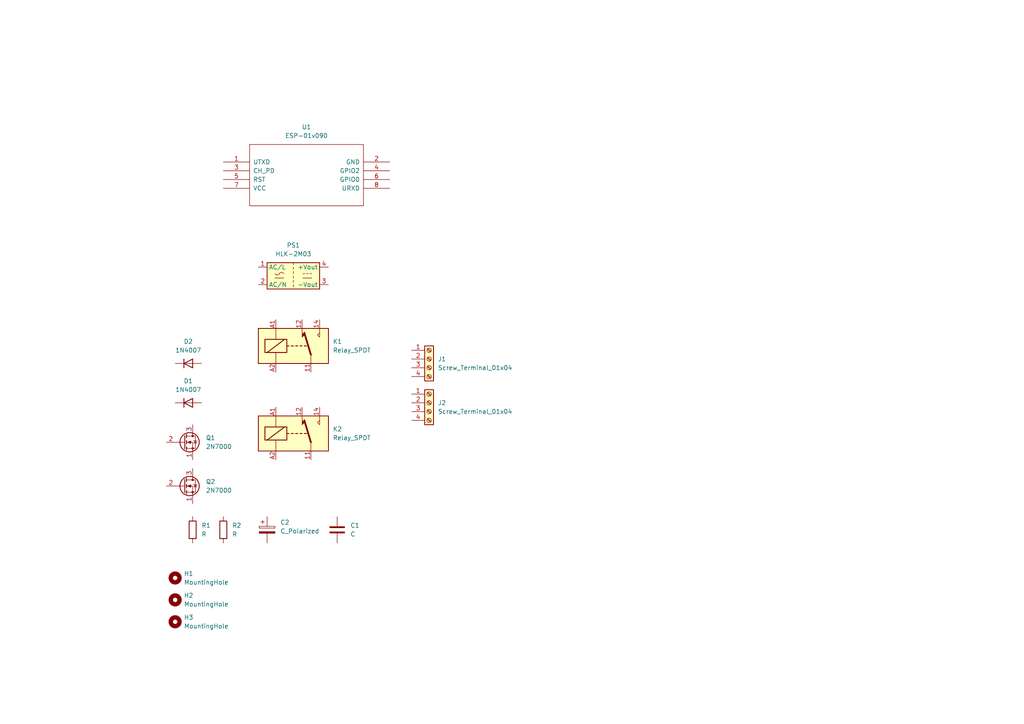
<source format=kicad_sch>
(kicad_sch (version 20231120) (generator "eeschema") (generator_version "8.0")
  (paper "A4")
  (lib_symbols
    (symbol "Connector:Screw_Terminal_01x04" (pin_names (offset 1.016) hide)
      (property "Reference" "J" (at 0 5.08 0))
      (property "Value" "Screw_Terminal_01x04" (at 0 -7.62 0))
      (symbol "Screw_Terminal_01x04_1_1"
        (rectangle (start -1.27 3.81) (end 1.27 -6.35) (stroke (width 0.254)) (fill (type background)))
        (circle (center 0 -5.08) (radius 0.635) (stroke (width 0.1524)))
        (circle (center 0 -2.54) (radius 0.635) (stroke (width 0.1524)))
        (polyline (pts (xy -0.5334 -4.7498) (xy 0.3302 -5.588)) (stroke (width 0.1524)))
        (polyline (pts (xy -0.5334 -2.2098) (xy 0.3302 -3.048)) (stroke (width 0.1524)))
        (polyline (pts (xy -0.5334 0.3302) (xy 0.3302 -0.508)) (stroke (width 0.1524)))
        (polyline (pts (xy -0.5334 2.8702) (xy 0.3302 2.032)) (stroke (width 0.1524)))
        (polyline (pts (xy -0.3556 -4.572) (xy 0.508 -5.4102)) (stroke (width 0.1524)))
        (polyline (pts (xy -0.3556 -2.032) (xy 0.508 -2.8702)) (stroke (width 0.1524)))
        (polyline (pts (xy -0.3556 0.508) (xy 0.508 -0.3302)) (stroke (width 0.1524)))
        (polyline (pts (xy -0.3556 3.048) (xy 0.508 2.2098)) (stroke (width 0.1524)))
        (circle (center 0 0) (radius 0.635) (stroke (width 0.1524)))
        (circle (center 0 2.54) (radius 0.635) (stroke (width 0.1524)))
        (pin passive line (at -5.08 2.54 0) (length 3.81) (name "Pin_1") (number "1"))
        (pin passive line (at -5.08 0 0) (length 3.81) (name "Pin_2") (number "2"))
        (pin passive line (at -5.08 -2.54 0) (length 3.81) (name "Pin_3") (number "3"))
        (pin passive line (at -5.08 -5.08 0) (length 3.81) (name "Pin_4") (number "4"))
      )
    )
    (symbol "Converter_ACDC:HLK-2M03"
      (property "Reference" "PS" (at 0 5.08 0))
      (property "Value" "HLK-2M03" (at 0 -5.08 0))
      (symbol "HLK-2M03_0_1"
        (rectangle (start -7.62 3.81) (end 7.62 -3.81) (stroke (width 0.254)) (fill (type background)))
        (arc (start -5.334 0.635) (mid -4.699 0.2495) (end -4.064 0.635))
        (arc (start -2.794 0.635) (mid -3.429 1.0072) (end -4.064 0.635))
        (polyline (pts (xy -5.334 -0.635) (xy -2.794 -0.635)))
        (polyline (pts (xy 0 -2.54) (xy 0 -3.175)))
        (polyline (pts (xy 0 -1.27) (xy 0 -1.905)))
        (polyline (pts (xy 0 0) (xy 0 -0.635)))
        (polyline (pts (xy 0 1.27) (xy 0 0.635)))
        (polyline (pts (xy 0 2.54) (xy 0 1.905)))
        (polyline (pts (xy 0 3.81) (xy 0 3.175)))
        (polyline (pts (xy 2.794 -0.635) (xy 5.334 -0.635)))
        (polyline (pts (xy 2.794 0.635) (xy 3.302 0.635)))
        (polyline (pts (xy 3.81 0.635) (xy 4.318 0.635)))
        (polyline (pts (xy 4.826 0.635) (xy 5.334 0.635)))
      )
      (symbol "HLK-2M03_1_1"
        (pin power_in line (at -10.16 2.54 0) (length 2.54) (name "AC/L") (number "1"))
        (pin power_in line (at -10.16 -2.54 0) (length 2.54) (name "AC/N") (number "2"))
        (pin power_out line (at 10.16 -2.54 180) (length 2.54) (name "-Vout") (number "3"))
        (pin power_out line (at 10.16 2.54 180) (length 2.54) (name "+Vout") (number "4"))
      )
    )
    (symbol "Device:C" (pin_numbers hide) (pin_names (offset 0.254))
      (property "Reference" "C" (at 0.635 2.54 0))
      (property "Value" "C" (at 0.635 -2.54 0))
      (symbol "C_0_1"
        (polyline (pts (xy -2.032 -0.762) (xy 2.032 -0.762)) (stroke (width 0.508)))
        (polyline (pts (xy -2.032 0.762) (xy 2.032 0.762)) (stroke (width 0.508)))
      )
      (symbol "C_1_1"
        (pin passive line (at 0 3.81 270) (length 2.794) (name "~") (number "1"))
        (pin passive line (at 0 -3.81 90) (length 2.794) (name "~") (number "2"))
      )
    )
    (symbol "Device:C_Polarized" (pin_numbers hide) (pin_names (offset 0.254))
      (property "Reference" "C" (at 0.635 2.54 0))
      (property "Value" "C_Polarized" (at 0.635 -2.54 0))
      (symbol "C_Polarized_0_1"
        (rectangle (start -2.286 0.508) (end 2.286 1.016))
        (polyline (pts (xy -1.778 2.286) (xy -0.762 2.286)))
        (polyline (pts (xy -1.27 2.794) (xy -1.27 1.778)))
        (rectangle (start 2.286 -0.508) (end -2.286 -1.016) (fill (type outline)))
      )
      (symbol "C_Polarized_1_1"
        (pin passive line (at 0 3.81 270) (length 2.794) (name "~") (number "1"))
        (pin passive line (at 0 -3.81 90) (length 2.794) (name "~") (number "2"))
      )
    )
    (symbol "Device:R" (pin_numbers hide) (pin_names (offset 0))
      (property "Reference" "R" (at 2.032 0 90))
      (property "Value" "R" (at 0 0 90))
      (symbol "R_0_1"
        (rectangle (start -1.016 -2.54) (end 1.016 2.54) (stroke (width 0.254)))
      )
      (symbol "R_1_1"
        (pin passive line (at 0 3.81 270) (length 1.27) (name "~") (number "1"))
        (pin passive line (at 0 -3.81 90) (length 1.27) (name "~") (number "2"))
      )
    )
    (symbol "Diode:1N4007" (pin_numbers hide) (pin_names hide)
      (property "Reference" "D" (at 0 2.54 0))
      (property "Value" "1N4007" (at 0 -2.54 0))
      (symbol "1N4007_0_1"
        (polyline (pts (xy -1.27 1.27) (xy -1.27 -1.27)) (stroke (width 0.254)))
        (polyline (pts (xy 1.27 0) (xy -1.27 0)))
        (polyline (pts (xy 1.27 1.27) (xy 1.27 -1.27) (xy -1.27 0) (xy 1.27 1.27)) (stroke (width 0.254)))
      )
      (symbol "1N4007_1_1"
        (pin passive line (at -3.81 0 0) (length 2.54) (name "K") (number "1"))
        (pin passive line (at 3.81 0 180) (length 2.54) (name "A") (number "2"))
      )
    )
    (symbol "ESP8266:ESP-01v090" (pin_names (offset 1.016))
      (property "Reference" "U" (at 0 -2.54 0))
      (property "Value" "ESP-01v090" (at 0 2.54 0))
      (symbol "ESP-01v090_1_0"
        (rectangle (start -16.51 -8.89) (end 16.51 8.89))
      )
      (symbol "ESP-01v090_1_1"
        (pin output line (at -24.13 3.81 0) (length 7.62) (name "UTXD") (number "1"))
        (pin power_in line (at 24.13 3.81 180) (length 7.62) (name "GND") (number "2"))
        (pin input line (at -24.13 1.27 0) (length 7.62) (name "CH_PD") (number "3"))
        (pin tri_state line (at 24.13 1.27 180) (length 7.62) (name "GPIO2") (number "4"))
        (pin input line (at -24.13 -1.27 0) (length 7.62) (name "RST") (number "5"))
        (pin tri_state line (at 24.13 -1.27 180) (length 7.62) (name "GPIO0") (number "6"))
        (pin power_in line (at -24.13 -3.81 0) (length 7.62) (name "VCC") (number "7"))
        (pin input line (at 24.13 -3.81 180) (length 7.62) (name "URXD") (number "8"))
      )
    )
    (symbol "Mechanical:MountingHole" (pin_names (offset 1.016)) (exclude_from_sim yes) (in_bom no)
      (property "Reference" "H" (at 0 5.08 0))
      (property "Value" "MountingHole" (at 0 3.175 0))
      (symbol "MountingHole_0_1"
        (circle (center 0 0) (radius 1.27) (stroke (width 1.27)))
      )
    )
    (symbol "Relay:Relay_SPDT"
      (property "Reference" "K" (at 11.43 3.81 0))
      (property "Value" "Relay_SPDT" (at 11.43 1.27 0))
      (symbol "Relay_SPDT_0_0"
        (polyline (pts (xy 7.62 5.08) (xy 7.62 2.54) (xy 6.985 3.175) (xy 7.62 3.81)))
      )
      (symbol "Relay_SPDT_0_1"
        (rectangle (start -10.16 5.08) (end 10.16 -5.08) (stroke (width 0.254)) (fill (type background)))
        (rectangle (start -8.255 1.905) (end -1.905 -1.905) (stroke (width 0.254)))
        (polyline (pts (xy -7.62 -1.905) (xy -2.54 1.905)) (stroke (width 0.254)))
        (polyline (pts (xy -5.08 -5.08) (xy -5.08 -1.905)))
        (polyline (pts (xy -5.08 5.08) (xy -5.08 1.905)))
        (polyline (pts (xy -1.905 0) (xy -1.27 0)) (stroke (width 0.254)))
        (polyline (pts (xy -0.635 0) (xy 0 0)) (stroke (width 0.254)))
        (polyline (pts (xy 0.635 0) (xy 1.27 0)) (stroke (width 0.254)))
        (polyline (pts (xy 1.905 0) (xy 2.54 0)) (stroke (width 0.254)))
        (polyline (pts (xy 3.175 0) (xy 3.81 0)) (stroke (width 0.254)))
        (polyline (pts (xy 5.08 -2.54) (xy 3.175 3.81)) (stroke (width 0.508)))
        (polyline (pts (xy 5.08 -2.54) (xy 5.08 -5.08)))
        (polyline (pts (xy 2.54 5.08) (xy 2.54 2.54) (xy 3.175 3.175) (xy 2.54 3.81)) (fill (type outline)))
      )
      (symbol "Relay_SPDT_1_1"
        (pin passive line (at 5.08 -7.62 90) (length 2.54) (name "~") (number "11"))
        (pin passive line (at 2.54 7.62 270) (length 2.54) (name "~") (number "12"))
        (pin passive line (at 7.62 7.62 270) (length 2.54) (name "~") (number "14"))
        (pin passive line (at -5.08 7.62 270) (length 2.54) (name "~") (number "A1"))
        (pin passive line (at -5.08 -7.62 90) (length 2.54) (name "~") (number "A2"))
      )
    )
    (symbol "Transistor_FET:2N7000" (pin_names hide)
      (property "Reference" "Q" (at 5.08 1.905 0))
      (property "Value" "2N7000" (at 5.08 0 0))
      (symbol "2N7000_0_1"
        (polyline (pts (xy 0.254 0) (xy -2.54 0)))
        (polyline (pts (xy 0.254 1.905) (xy 0.254 -1.905)) (stroke (width 0.254)))
        (polyline (pts (xy 0.762 -1.27) (xy 0.762 -2.286)) (stroke (width 0.254)))
        (polyline (pts (xy 0.762 0.508) (xy 0.762 -0.508)) (stroke (width 0.254)))
        (polyline (pts (xy 0.762 2.286) (xy 0.762 1.27)) (stroke (width 0.254)))
        (polyline (pts (xy 2.54 2.54) (xy 2.54 1.778)))
        (polyline (pts (xy 2.54 -2.54) (xy 2.54 0) (xy 0.762 0)))
        (polyline (pts (xy 0.762 -1.778) (xy 3.302 -1.778) (xy 3.302 1.778) (xy 0.762 1.778)))
        (polyline (pts (xy 1.016 0) (xy 2.032 0.381) (xy 2.032 -0.381) (xy 1.016 0)) (fill (type outline)))
        (polyline (pts (xy 2.794 0.508) (xy 2.921 0.381) (xy 3.683 0.381) (xy 3.81 0.254)))
        (polyline (pts (xy 3.302 0.381) (xy 2.921 -0.254) (xy 3.683 -0.254) (xy 3.302 0.381)))
        (circle (center 1.651 0) (radius 2.794) (stroke (width 0.254)))
        (circle (center 2.54 -1.778) (radius 0.254) (fill (type outline)))
        (circle (center 2.54 1.778) (radius 0.254) (fill (type outline)))
      )
      (symbol "2N7000_1_1"
        (pin passive line (at 2.54 -5.08 90) (length 2.54) (name "S") (number "1"))
        (pin input line (at -5.08 0 0) (length 2.54) (name "G") (number "2"))
        (pin passive line (at 2.54 5.08 270) (length 2.54) (name "D") (number "3"))
      )
    )
  )
  (symbol (lib_id "ESP8266:ESP-01v090") (at 88.9 50.8 0) (unit 1)
    (property "Reference" "U1" (at 88.9 36.83 0))
    (property "Value" "ESP-01v090" (at 88.9 39.37 0))
    (property "Footprint" "ESP8266:ESP-01" (effects (hide yes)))
    (property "Datasheet" "http://l0l.org.uk/2014/12/esp8266-modules-hardware-guide-gotta-catch-em-all/" (effects (hide yes)))
    (property "Description" "ESP8266 ESP-01 module, v090" (effects (hide yes)))
  )
  (symbol (lib_id "Connector:Screw_Terminal_01x04") (at 124.46 104.14 0) (unit 1)
    (property "Reference" "J1" (at 127 104.1399 0) (effects (justify left)))
    (property "Value" "Screw_Terminal_01x04" (at 127 106.6799 0) (effects (justify left)))
    (property "Footprint" "TerminalBlock:TerminalBlock_bornier-4_P5.08mm" (effects (hide yes)))
    (property "Description" "Generic screw terminal, single row, 01x04, script generated (kicad-library-utils/schlib/autogen/connector/)" (effects (hide yes)))
  )
  (symbol (lib_id "Transistor_FET:2N7000") (at 53.34 128.27 0) (unit 1)
    (property "Reference" "Q1" (at 59.69 126.9999 0) (effects (justify left)))
    (property "Value" "2N7000" (at 59.69 129.5399 0) (effects (justify left)))
    (property "Footprint" "Package_TO_SOT_THT:TO-92_Inline" (effects (hide yes)))
    (property "Datasheet" "https://www.vishay.com/docs/70226/70226.pdf" (effects (hide yes)))
    (property "Description" "0.2A Id, 200V Vds, N-Channel MOSFET, 2.6V Logic Level, TO-92" (effects (hide yes)))
  )
  (symbol (lib_id "Mechanical:MountingHole") (at 50.8 173.99 0) (unit 1) (exclude_from_sim yes) (in_bom no)
    (property "Reference" "H2" (at 53.34 172.7199 0) (effects (justify left)))
    (property "Value" "MountingHole" (at 53.34 175.2599 0) (effects (justify left)))
    (property "Footprint" "MountingHole:MountingHole_4.5mm_Pad_TopBottom" (effects (hide yes)))
    (property "Description" "Mounting Hole without connection" (effects (hide yes)))
  )
  (symbol (lib_id "Relay:Relay_SPDT") (at 85.09 125.73 0) (unit 1)
    (property "Reference" "K2" (at 96.52 124.4599 0) (effects (justify left)))
    (property "Value" "Relay_SPDT" (at 96.52 126.9999 0) (effects (justify left)))
    (property "Footprint" "Relay_THT:Relay_SPDT_Omron-G5LE-1" (effects (hide yes)))
    (property "Description" "Monostable Relay SPDT, EN50005" (effects (hide yes)))
  )
  (symbol (lib_id "Device:R") (at 55.88 153.67 0) (unit 1)
    (property "Reference" "R1" (at 58.42 152.3999 0) (effects (justify left)))
    (property "Value" "R" (at 58.42 154.9399 0) (effects (justify left)))
    (property "Footprint" "Resistor_THT:R_Axial_DIN0207_L6.3mm_D2.5mm_P7.62mm_Horizontal" (effects (hide yes)))
    (property "Description" "Resistor" (effects (hide yes)))
  )
  (symbol (lib_id "Device:C") (at 97.79 153.67 0) (unit 1)
    (property "Reference" "C1" (at 101.6 152.3999 0) (effects (justify left)))
    (property "Value" "C" (at 101.6 154.9399 0) (effects (justify left)))
    (property "Footprint" "Capacitor_THT:C_Rect_L7.2mm_W2.5mm_P5.00mm_FKS2_FKP2_MKS2_MKP2" (effects (hide yes)))
    (property "Description" "Unpolarized capacitor" (effects (hide yes)))
  )
  (symbol (lib_id "Device:C_Polarized") (at 77.47 153.67 0) (unit 1)
    (property "Reference" "C2" (at 81.28 151.5109 0) (effects (justify left)))
    (property "Value" "C_Polarized" (at 81.28 154.0509 0) (effects (justify left)))
    (property "Footprint" "Capacitor_THT:CP_Radial_D6.3mm_P2.50mm" (effects (hide yes)))
    (property "Description" "Polarized capacitor" (effects (hide yes)))
  )
  (symbol (lib_id "Converter_ACDC:HLK-2M03") (at 85.09 80.01 0) (unit 1)
    (property "Reference" "PS1" (at 85.09 71.12 0))
    (property "Value" "HLK-2M03" (at 85.09 73.66 0))
    (property "Footprint" "Converter_ACDC:Converter_ACDC_Hi-Link_HLK-2Mxx" (effects (hide yes)))
    (property "Datasheet" "https://h.hlktech.com/download/ACDC%E7%94%B5%E6%BA%90%E6%A8%A1%E5%9D%972W%E7%B3%BB%E5%88%97/1/%E6%B5%B7%E5%87%8C%E7%A7%912W%E7%B3%BB%E5%88%97%E7%94%B5%E6%BA%90%E6%A8%A1%E5%9D%97%E8%AF%B4%E6%98%8E%E4%B9%A6V2.6.pdf" (effects (hide yes)))
    (property "Description" "Compact AC/DC board mount power module 2W 3.3V" (effects (hide yes)))
  )
  (symbol (lib_id "Diode:1N4007") (at 54.61 116.84 0) (unit 1)
    (property "Reference" "D1" (at 54.61 110.49 0))
    (property "Value" "1N4007" (at 54.61 113.03 0))
    (property "Footprint" "Diode_THT:D_DO-41_SOD81_P2.54mm_Vertical_KathodeUp" (effects (hide yes)))
    (property "Datasheet" "http://www.vishay.com/docs/88503/1n4001.pdf" (effects (hide yes)))
    (property "Description" "1000V 1A General Purpose Rectifier Diode, DO-41" (effects (hide yes)))
    (property "Sim.Device" "D" (effects (hide yes)))
    (property "Sim.Pins" "1=K 2=A" (effects (hide yes)))
  )
  (symbol (lib_id "Device:R") (at 64.77 153.67 0) (unit 1)
    (property "Reference" "R2" (at 67.31 152.3999 0) (effects (justify left)))
    (property "Value" "R" (at 67.31 154.9399 0) (effects (justify left)))
    (property "Footprint" "Resistor_THT:R_Axial_DIN0207_L6.3mm_D2.5mm_P7.62mm_Horizontal" (effects (hide yes)))
    (property "Description" "Resistor" (effects (hide yes)))
  )
  (symbol (lib_id "Diode:1N4007") (at 54.61 105.41 0) (unit 1)
    (property "Reference" "D2" (at 54.61 99.06 0))
    (property "Value" "1N4007" (at 54.61 101.6 0))
    (property "Footprint" "Diode_THT:D_DO-41_SOD81_P2.54mm_Vertical_KathodeUp" (effects (hide yes)))
    (property "Datasheet" "http://www.vishay.com/docs/88503/1n4001.pdf" (effects (hide yes)))
    (property "Description" "1000V 1A General Purpose Rectifier Diode, DO-41" (effects (hide yes)))
    (property "Sim.Device" "D" (effects (hide yes)))
    (property "Sim.Pins" "1=K 2=A" (effects (hide yes)))
  )
  (symbol (lib_id "Transistor_FET:2N7000") (at 53.34 140.97 0) (unit 1)
    (property "Reference" "Q2" (at 59.69 139.6999 0) (effects (justify left)))
    (property "Value" "2N7000" (at 59.69 142.2399 0) (effects (justify left)))
    (property "Footprint" "Package_TO_SOT_THT:TO-92_Inline" (effects (hide yes)))
    (property "Datasheet" "https://www.vishay.com/docs/70226/70226.pdf" (effects (hide yes)))
    (property "Description" "0.2A Id, 200V Vds, N-Channel MOSFET, 2.6V Logic Level, TO-92" (effects (hide yes)))
  )
  (symbol (lib_id "Connector:Screw_Terminal_01x04") (at 124.46 116.84 0) (unit 1)
    (property "Reference" "J2" (at 127 116.8399 0) (effects (justify left)))
    (property "Value" "Screw_Terminal_01x04" (at 127 119.3799 0) (effects (justify left)))
    (property "Footprint" "TerminalBlock_4Ucon:TerminalBlock_4Ucon_1x04_P3.50mm_Horizontal" (effects (hide yes)))
    (property "Description" "Generic screw terminal, single row, 01x04, script generated (kicad-library-utils/schlib/autogen/connector/)" (effects (hide yes)))
  )
  (symbol (lib_id "Mechanical:MountingHole") (at 50.8 180.34 0) (unit 1) (exclude_from_sim yes) (in_bom no)
    (property "Reference" "H3" (at 53.34 179.0699 0) (effects (justify left)))
    (property "Value" "MountingHole" (at 53.34 181.6099 0) (effects (justify left)))
    (property "Footprint" "MountingHole:MountingHole_4.5mm_Pad_TopBottom" (effects (hide yes)))
    (property "Description" "Mounting Hole without connection" (effects (hide yes)))
  )
  (symbol (lib_id "Relay:Relay_SPDT") (at 85.09 100.33 0) (unit 1)
    (property "Reference" "K1" (at 96.52 99.0599 0) (effects (justify left)))
    (property "Value" "Relay_SPDT" (at 96.52 101.5999 0) (effects (justify left)))
    (property "Footprint" "Relay_THT:Relay_SPDT_Omron-G5LE-1" (effects (hide yes)))
    (property "Description" "Monostable Relay SPDT, EN50005" (effects (hide yes)))
  )
  (symbol (lib_id "Mechanical:MountingHole") (at 50.8 167.64 0) (unit 1) (exclude_from_sim yes) (in_bom no)
    (property "Reference" "H1" (at 53.34 166.3699 0) (effects (justify left)))
    (property "Value" "MountingHole" (at 53.34 168.9099 0) (effects (justify left)))
    (property "Footprint" "MountingHole:MountingHole_4.5mm_Pad_TopBottom" (effects (hide yes)))
    (property "Description" "Mounting Hole without connection" (effects (hide yes)))
  )
)
</source>
